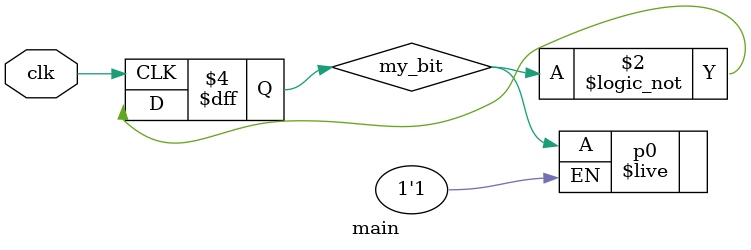
<source format=sv>
module main(input clk);

  reg my_bit;

  initial my_bit=0;

  always @(posedge clk)
    my_bit = !my_bit;

  // expected to pass
  p0: assert property (eventually my_bit);

endmodule

</source>
